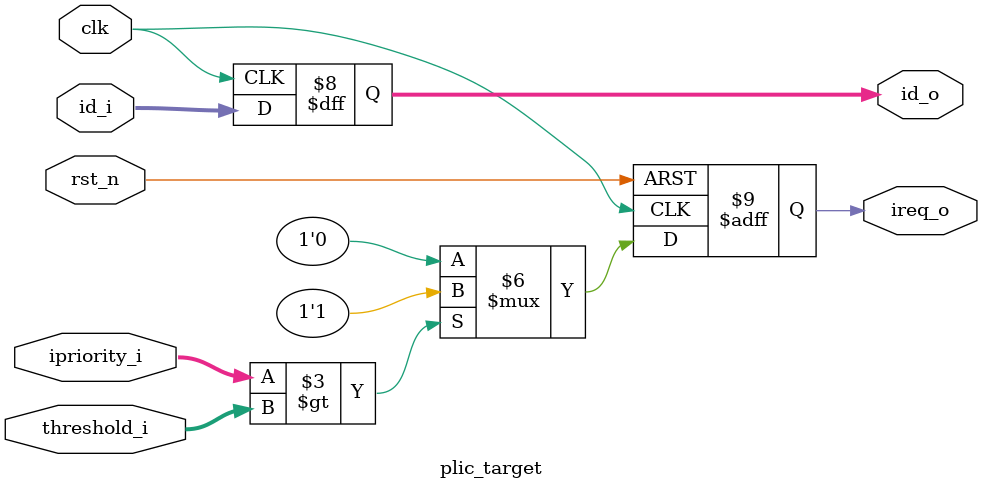
<source format=sv>


module plic_target #(
  parameter SOURCES = 8,
  parameter PRIORITIES = 7,

  //These should be localparams, but that's not supported by all tools yet
  parameter SOURCES_BITS  = $clog2(SOURCES +1), //0=reserved
  parameter PRIORITY_BITS = $clog2(PRIORITIES)
)
(
  input                          rst_n,       //Active low asynchronous reset
                                 clk,         //System clock

  input      [SOURCES_BITS -1:0] id_i,        //Interrupt source
  input      [PRIORITY_BITS-1:0] ipriority_i, //Interrupt Priority

  input      [PRIORITY_BITS-1:0] threshold_i, //Interrupt Priority Threshold

  output reg                     ireq_o,      //Interrupt Request (EIP)
  output reg [SOURCES_BITS -1:0] id_o         //Interrupt ID
);
  //////////////////////////////////////////////////////////////////
  //
  // Module Body
  //
  always @(posedge clk,negedge rst_n)
    if      (!rst_n                    ) ireq_o <= 1'b0;
    else if ( ipriority_i > threshold_i) ireq_o <= 1'b1;
    else                                 ireq_o <= 1'b0;

  always @(posedge clk)
    id_o <= id_i;

endmodule : plic_target

</source>
